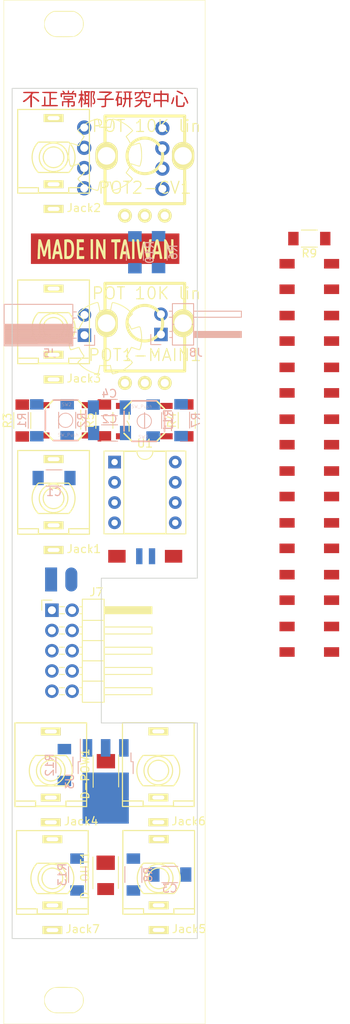
<source format=kicad_pcb>
(kicad_pcb (version 20221018) (generator pcbnew)
  (layers (0 "F.Cu" signal) (31 "B.Cu" signal) (34 "B.Paste" user) (35 "F.Paste" user) (36 "B.SilkS" user "B.Silkscreen") (37 "F.SilkS" user "F.Silkscreen") (38 "B.Mask" user) (39 "F.Mask" user) (44 "Edge.Cuts" user))
  (net 0 "")
  (net 1 "AudioProg")
  (net 2 "GND")
  (net 3 "CV_OUT")
  (net 4 "Net-(D-OUT1-Pad2)")
  (net 5 "Sync_OUT")
  (net 6 "But-L")
  (net 7 "But-R")
  (net 8 "PB4/A2")
  (net 9 "PB2/A1")
  (net 10 "PB1")
  (net 11 "PB0")
  (net 12 "Net-(POT1-MAIN1-Pad2)")
  (net 13 "Net-(POT2-CV1-Pad2)")
  (net 14 "Net-(J6-Pad1)")
  (net 15 "Sync_IN")
  (net 16 "+3V3")
  (net 17 "CV1_IN")
  (net 18 "CV2_IN")
  (net 19 "Net-(D1-Pad2)")
  (net 20 "Net-(D1-Pad4)")
  (net 21 "Net-(D2-Pad4)")
  (net 22 "Net-(D3-Pad4)")
  (net 23 "Net-(D4-Pad4)")
  (net 24 "Net-(D5-Pad4)")
  (net 25 "Net-(D6-Pad4)")
  (net 26 "Net-(D7-Pad4)")
  (net 27 "Net-(D-POW1-Pad1)")
  (net 28 "Net-(J7-Pad10)")
  (net 29 "DC_in")
  (footprint "8Bit_Eurorack:8Bit_EuroRack-NEO" (layer "F.Cu") (at 61.71 96.34)
    (fp_text reference "board1" hide)
    (fp_text value "SVG2SHENZHEN" hide)
    (fp_line (start -11.591666 -53.137503) (end -11.591666 53.53439) (stroke (width 0.1)) (layer "Edge.Cuts"))
    (fp_line (start -11.591666 53.53439) (end -11.591666 53.53439) (stroke (width 0.1)) (layer "Edge.Cuts"))
    (fp_line (start -11.591666 53.53439) (end 11.656252 53.53439) (stroke (width 0.1)) (layer "Edge.Cuts"))
    (fp_line (start -0.396293 8.319201) (end 11.656252 8.319201) (stroke (width 0.1)) (layer "Edge.Cuts"))
    (fp_line (start -0.396293 26.484227) (end -0.396293 8.319201) (stroke (width 0.1)) (layer "Edge.Cuts"))
    (fp_line (start 11.656252 -53.137503) (end -11.591666 -53.137503) (stroke (width 0.1)) (layer "Edge.Cuts"))
    (fp_line (start 11.656252 8.319201) (end 11.656252 -53.137503) (stroke (width 0.1)) (layer "Edge.Cuts"))
    (fp_line (start 11.656252 26.484227) (end -0.396293 26.484227) (stroke (width 0.1)) (layer "Edge.Cuts"))
    (fp_line (start 11.656252 53.53439) (end 11.656252 26.484227) (stroke (width 0.1)) (layer "Edge.Cuts"))
  )
  (footprint "8Bit_Eurorack:Mixtape_NEO_WS2812B_3d" (layer "F.Cu") (at 87.43 66.806875)
    (fp_text reference "D1")
    (fp_text value "SK6812")
  )
  (footprint "8Bit_Eurorack:Mixtape_NEO_WS2812B_3d" (layer "F.Cu") (at 87.43 73.30875)
    (fp_text reference "D2")
    (fp_text value "SK6812")
  )
  (footprint "8Bit_Eurorack:Mixtape_NEO_WS2812B_3d" (layer "F.Cu") (at 87.43 79.810625)
    (fp_text reference "D3")
    (fp_text value "SK6812")
  )
  (footprint "8Bit_Eurorack:Mixtape_NEO_WS2812B_3d" (layer "F.Cu") (at 87.43 86.3125)
    (fp_text reference "D4")
    (fp_text value "SK6812")
  )
  (footprint "8Bit_Eurorack:Mixtape_NEO_WS2812B_3d" (layer "F.Cu") (at 87.43 92.814375)
    (fp_text reference "D5")
    (fp_text value "SK6812")
  )
  (footprint "8Bit_Eurorack:Mixtape_NEO_WS2812B_3d" (layer "F.Cu") (at 87.43 99.31625)
    (fp_text reference "D6")
    (fp_text value "SK6812")
  )
  (footprint "8Bit_Eurorack:Mixtape_NEO_WS2812B_3d" (layer "F.Cu") (at 87.43 105.818125)
    (fp_text reference "D7")
    (fp_text value "SK6812")
  )
  (footprint "8Bit_Eurorack:LED_PLCC_2835_Handsoldering" (layer "F.Cu") (at 61.86 142.14 -90)
    (fp_text reference "D-OUT1")
    (fp_text value "LED")
  )
  (footprint "8Bit_Eurorack:LED_PLCC_2835_Handsoldering" (layer "F.Cu") (at 61.89 129.4 -90)
    (fp_text reference "D-POW1")
    (fp_text value "LED")
  )
  (footprint "8Bit_Eurorack:PJ301M-12_stahl" (layer "F.Cu") (at 55.32 94.64)
    (fp_text reference "Jack1")
    (fp_text value "JACK_2P" hide)
  )
  (footprint "8Bit_Eurorack:PJ301M-12_stahl" (layer "F.Cu") (at 68.47 128.8)
    (fp_text reference "Jack6")
    (fp_text value "JACK_2P" hide)
  )
  (footprint "8Bit_Eurorack:PJ301M-12_stahl" (layer "F.Cu") (at 55.17 142.33)
    (fp_text reference "Jack7")
    (fp_text value "JACK_2P" hide)
  )
  (footprint "8Bit_Eurorack:R_1206_3d" (layer "F.Cu") (at 51.39 84.88 90)
    (fp_text reference "R3")
    (fp_text value "22k")
  )
  (footprint "8Bit_Eurorack:R_1206_3d" (layer "F.Cu") (at 72.04 84.86 90)
    (fp_text reference "R4")
    (fp_text value "22k")
  )
  (footprint "8Bit_Eurorack:R_1206_3d" (layer "F.Cu") (at 61.7 84.86 90)
    (fp_text reference "R5")
    (fp_text value "22k")
  )
  (footprint "8Bit_Eurorack:R_1206_3d" (layer "F.Cu") (at 87.43 62.05 180)
    (fp_text reference "R9")
    (fp_text value "330")
  )
  (footprint "SparkFun-Electromechanical:TACTILE-SWITCH-SMD" (layer "F.Cu") (at 56.83 84.85)
    (fp_text reference "SW2")
    (fp_text value "SW_Push")
  )
  (footprint "SparkFun-Electromechanical:TACTILE-SWITCH-SMD" (layer "F.Cu") (at 66.71 84.95 180)
    (fp_text reference "SW3")
    (fp_text value "SW_Push")
  )
  (footprint "8Bit_Eurorack:SW_SPST_FSMSM" (layer "F.Cu") (at 66.83 101.91)
    (fp_text reference "SW4")
    (fp_text value "SW_Push")
  )
  (footprint "8Bit_Eurorack:RD901F-ALPHA-3D" (layer "F.Cu") (at 66.78 72.66275)
    (fp_text reference "POT1-MAIN1")
    (fp_text value "POT 10K lin")
  )
  (footprint "8Bit_Eurorack:PJ301M-12_stahl" (layer "F.Cu") (at 54.97 128.81)
    (fp_text reference "Jack4")
    (fp_text value "JACK_2P" hide)
  )
  (footprint "8Bit_Eurorack:PJ301M-12_stahl" (layer "F.Cu") (at 68.52 142.32)
    (fp_text reference "Jack5")
    (fp_text value "JACK_2P" hide)
  )
  (footprint "Housings_DIP:DIP-8_W7.62mm_Socket" (layer "F.Cu") (at 62.98 90.09)
    (fp_text reference "U1")
    (fp_text value "ATTINY85-20SU")
  )
  (footprint "8Bit_Eurorack:RD901F-ALPHA-3D" (layer "F.Cu") (at 66.78 51.67)
    (fp_text reference "POT2-CV1")
    (fp_text value "POT 10K lin")
  )
  (footprint "8Bit_Eurorack:PJ301M-12_stahl" (layer "F.Cu") (at 55.32 51.85)
    (fp_text reference "Jack2")
    (fp_text value "JACK_2P" hide)
  )
  (footprint "8Bit_Eurorack:PJ301M-12_stahl" (layer "F.Cu") (at 55.32 73.245)
    (fp_text reference "Jack3")
    (fp_text value "JACK_2P" hide)
  )
  (footprint "8Bit_Eurorack:Angled_1x04_Pitch2.54mm-3d" (layer "F.Cu") (at 59.17 48.12)
    (fp_text reference "J1")
    (fp_text value "CONN_01X04")
  )
  (footprint "8Bit_Eurorack:Angled_1x04_Pitch2.54mm-3d" (layer "F.Cu") (at 68.98 55.81 180)
    (fp_text reference "J2")
    (fp_text value "CONN_01X04")
  )
  (footprint "8Bit_Eurorack:Mixtape_NEO_WS2812B_3d" (layer "F.Cu") (at 87.43 112.32)
    (fp_text reference "D8")
    (fp_text value "SK6812")
  )
  (footprint "8Bit_Eurorack:Pin_Header_Angled_2x05_Pitch2.54mm_with_space_for_con" (layer "F.Cu") (at 56.38 113.76)
    (fp_text reference "J7")
    (fp_text value "Conn_02x05_Odd_Even" hide)
  )
  (footprint "8Bit_Eurorack:C_1206_3d" (layer "B.Cu") (at 55.38 92.09)
    (fp_text reference "C1")
    (fp_text value "100nF")
  )
  (footprint "8Bit_Eurorack:C_1206_3d" (layer "B.Cu") (at 62.35 86.44 180)
    (fp_text reference "C2")
    (fp_text value "100nF")
  )
  (footprint "8Bit_Eurorack:C_1206_3d" (layer "B.Cu") (at 69.92 141.84)
    (fp_text reference "C3")
    (fp_text value "100nF")
  )
  (footprint "8Bit_Eurorack:Bat_connector_SMD" (layer "B.Cu") (at 55.01 104.82)
    (fp_text reference "J4")
    (fp_text value "Con_3-5V")
  )
  (footprint "8Bit_Eurorack:Sync_jumper" (layer "B.Cu") (at 66.88 101.91)
    (fp_text reference "J6")
    (fp_text value "Sync_Jumper")
  )
  (footprint "8Bit_Eurorack:R_1206_3d" (layer "B.Cu") (at 57.03 84.84 90)
    (fp_text reference "R2")
    (fp_text value "22k")
  )
  (footprint "8Bit_Eurorack:R_1206_3d" (layer "B.Cu") (at 68.5 63.75 90)
    (fp_text reference "R6")
    (fp_text value "22K")
  )
  (footprint "8Bit_Eurorack:R_1206_3d" (layer "B.Cu") (at 71.33 84.83 90)
    (fp_text reference "R7")
    (fp_text value "22K")
  )
  (footprint "8Bit_Eurorack:R_1206_3d" (layer "B.Cu") (at 65.34 141.84 90)
    (fp_text reference "R8")
    (fp_text value "330")
  )
  (footprint "8Bit_Eurorack:R_1206_3d" (layer "B.Cu") (at 65.53 63.77 90)
    (fp_text reference "R10")
    (fp_text value "4.7K")
  )
  (footprint "8Bit_Eurorack:R_1206_3d" (layer "B.Cu") (at 67.82 84.88 90)
    (fp_text reference "R11")
    (fp_text value "4.7K")
  )
  (footprint "8Bit_Eurorack:R_1206_3d" (layer "B.Cu") (at 56.68 128.1 -90)
    (fp_text reference "R12")
    (fp_text value "1K")
  )
  (footprint "TO_SOT_Packages_SMD:TO-252-3_TabPin2" (layer "B.Cu") (at 61.86 130.15 -90)
    (fp_text reference "U3")
    (fp_text value "7805")
  )
  (footprint "Socket_Strips:Socket_Strip_Angled_1x02_Pitch2.54mm" (layer "B.Cu") (at 59.2 74.17)
    (fp_text reference "J5")
    (fp_text value "Conn_01x02")
  )
  (footprint "Pin_Headers:Pin_Header_Angled_1x02_Pitch2.54mm" (layer "B.Cu") (at 68.8 74.08)
    (fp_text reference "J8")
    (fp_text value "Conn_01x02")
  )
  (footprint "8Bit_Eurorack:R_1206_3d" (layer "B.Cu") (at 53.21 84.85 -90)
    (fp_text reference "R1")
    (fp_text value "22k")
  )
  (footprint "8Bit_Eurorack:R_1206_3d" (layer "B.Cu") (at 58.27 141.84 -90)
    (fp_text reference "R13")
    (fp_text value "1K")
  )
  (footprint "8Bit_Eurorack:C_1206_3d" (layer "B.Cu") (at 62.32 83.25 180)
    (fp_text reference "C4")
    (fp_text value "10uF")
  )
)
</source>
